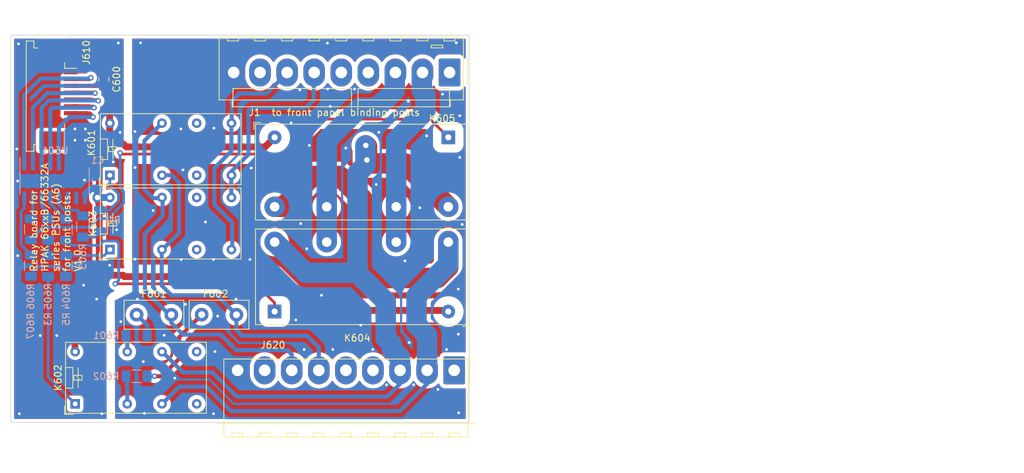
<source format=kicad_pcb>
(kicad_pcb (version 20211014) (generator pcbnew)
  (title_block (title "Relay board for HPAK 66xxB series PSUs (A6)") (comment 1 "Option 760, adapted for full feed through to front binding posts") (comment 4 "AISLER Project ID: BVPNUVSL"))
  (layers (0 "F.Cu" signal) (31 "B.Cu" signal) (34 "B.Paste" user) (35 "F.Paste" user) (36 "B.SilkS" user "B.Silkscreen") (37 "F.SilkS" user "F.Silkscreen") (38 "B.Mask" user) (39 "F.Mask" user) (44 "Edge.Cuts" user))
  (net 0 "")
  (net 2 "+15V")
  (net 3 "GND")
  (net 6 "/SENSE_A-")
  (net 7 "Net-(F601-Pad2)")
  (net 9 "/SENSE_A+")
  (net 10 "Net-(F602-Pad2)")
  (net 11 "/OUT_P+")
  (net 12 "/OUT_P-")
  (net 13 "/SENSE_P+")
  (net 14 "/SENSE_P-")
  (net 15 "Earth")
  (net 16 "/RLY_SEN_REM_R")
  (net 17 "/RLY_OUT_REV")
  (net 19 "/RLY_SEN_LOC")
  (net 20 "/REL_OUT_NORM")
  (net 23 "/REL_SEN_REM_N")
  (net 24 "/OUT_A+")
  (net 26 "/OUT_A-")
  (net 27 "Net-(K601-Pad1)")
  (net 28 "Net-(R1-Pad1)")
  (net 30 "Net-(K602-Pad4)")
  (net 31 "Net-(K602-Pad13)")
  (net 33 "Net-(K604-Pad1)")
  (net 34 "Net-(K605-Pad1)")
  (net 35 "Net-(R3-Pad1)")
  (net 36 "Net-(R603-Pad1)")
  (net 37 "Net-(R604-Pad1)")
  (net 40 "Net-(R605-Pad1)")
  (net 41 "Net-(R606-Pad1)")
  (net 42 "Net-(R607-Pad1)")
  (net 47 "Net-(K602-Pad1)")
  (net 48 "Net-(K603-Pad1)")
  (net 49 "Net-(R5-Pad1)")
  (footprint "mylib:Fuse_Littelfuse_395Series" (layer "F.Cu") (at 113.665 68.072 180)
    (fp_text reference "F601")
    (fp_text value "Bussmann SS-5H-1.25A-APH")
  )
  (footprint "Relay_THT:Relay_DPDT_Omron_G5V-2" (layer "F.Cu") (at 104.6805 47.670483 90)
    (fp_text reference "K601")
    (fp_text value "V23105-A5303-A201")
  )
  (footprint "mylib:Molex_KK-396_A-41815-0009_1x09_P3.96mm_Horizontal" (layer "F.Cu") (at 155.042 76.2045 180)
    (fp_text reference "J620")
    (fp_text value "Molex 09-48-1094 or 09-48-3095")
  )
  (footprint "Connector_FFC-FPC:TE_84953-8_1x08-1MP_P1.0mm_Horizontal" (layer "F.Cu") (at 97.155 36.0946 -90)
    (fp_text reference "J610")
    (fp_text value "68610814422 8 pos 1mm FFC")
  )
  (footprint "mylib:Relay_Panasonic_ST2-F" (layer "F.Cu") (at 141.478 62.484 180)
    (fp_text reference "K604")
    (fp_text value "ST2-DC12V-F")
  )
  (footprint "mylib:Relay_Panasonic_ST2-F" (layer "F.Cu") (at 141.478 47.244)
    (fp_text reference "K605")
    (fp_text value "ST2-DC12V-F")
  )
  (footprint "Capacitor_SMD:C_0805_2012Metric_Pad1.18x1.45mm_HandSolder" (layer "F.Cu") (at 103.7844 33.6296 90)
    (fp_text reference "C600")
    (fp_text value "100nF 25V")
  )
  (footprint "Relay_THT:Relay_DPDT_Omron_G5V-2" (layer "F.Cu") (at 104.6805 58.544983 90)
    (fp_text reference "K603")
    (fp_text value "V23105-A5303-A201")
  )
  (footprint "Relay_THT:Relay_DPDT_Omron_G5V-2" (layer "F.Cu") (at 99.6005 81.1055 90)
    (fp_text reference "K602")
    (fp_text value "V23105-A5303-A201")
  )
  (footprint "mylib:Fuse_Littelfuse_395Series" (layer "F.Cu") (at 123.19 68.072 180)
    (fp_text reference "F602")
    (fp_text value "Bussmann SS-5H-1.25A-APH")
  )
  (footprint "mylib:Molex_KK-396_A-41791-0009_1x09_P3.96mm_Vertical" (layer "F.Cu") (at 122.682 32.639)
    (fp_text reference "J1")
    (fp_text value "Molex 26-60-4090 (KK396)")
  )
  (footprint "Resistor_SMD:R_1206_3216Metric_Pad1.30x1.75mm_HandSolder" (layer "B.Cu") (at 93.1164 55.5752 -90)
    (fp_text reference "R606")
    (fp_text value "150")
  )
  (footprint "Resistor_SMD:R_1206_3216Metric_Pad1.30x1.75mm_HandSolder" (layer "B.Cu") (at 95.6564 60.96 -90)
    (fp_text reference "R3")
    (fp_text value "75")
  )
  (footprint "Resistor_SMD:R_1206_3216Metric_Pad1.30x1.75mm_HandSolder" (layer "B.Cu") (at 108.585 71.12 180)
    (fp_text reference "R601")
    (fp_text value "220 0.5W")
  )
  (footprint "Resistor_SMD:R_1206_3216Metric_Pad1.30x1.75mm_HandSolder" (layer "B.Cu") (at 98.2472 55.626 -90)
    (fp_text reference "R604")
    (fp_text value "150")
  )
  (footprint "Resistor_SMD:R_1206_3216Metric_Pad1.30x1.75mm_HandSolder" (layer "B.Cu") (at 98.2472 60.96 90)
    (fp_text reference "R5")
    (fp_text value "75")
  )
  (footprint "Resistor_SMD:R_1206_3216Metric_Pad1.30x1.75mm_HandSolder" (layer "B.Cu") (at 95.6564 55.6012 -90)
    (fp_text reference "R605")
    (fp_text value "100")
  )
  (footprint "Package_SO:SOIC-16_3.9x9.9mm_P1.27mm" (layer "B.Cu") (at 96.5962 48.514 -90)
    (fp_text reference "U601")
    (fp_text value "NCV1413B")
  )
  (footprint "Resistor_SMD:R_1206_3216Metric_Pad1.30x1.75mm_HandSolder" (layer "B.Cu") (at 108.585 77.0636 180)
    (fp_text reference "R602")
    (fp_text value "220 0.5W")
  )
  (footprint "Capacitor_SMD:C_0805_2012Metric_Pad1.18x1.45mm_HandSolder" (layer "B.Cu") (at 102.87 48.5648 90)
    (fp_text reference "C1")
    (fp_text value "100nF 25V")
  )
  (footprint "Resistor_SMD:R_1206_3216Metric_Pad1.30x1.75mm_HandSolder" (layer "B.Cu") (at 100.7364 55.1688 -90)
    (fp_text reference "R603")
    (fp_text value "100")
  )
  (footprint "Resistor_SMD:R_1206_3216Metric_Pad1.30x1.75mm_HandSolder" (layer "B.Cu") (at 93.1164 60.9092 -90)
    (fp_text reference "R607")
    (fp_text value "100")
  )
  (footprint "Resistor_SMD:R_1206_3216Metric_Pad1.30x1.75mm_HandSolder" (layer "B.Cu") (at 103.2256 54.356 90)
    (fp_text reference "R1")
    (fp_text value "75")
  )
  (gr_line (start 157.226 83.82) (end 157.226 27.178) (layer "Edge.Cuts") (width 0.1))
  (gr_line (start 157.226 27.178) (end 90.17 27.178) (layer "Edge.Cuts") (width 0.1))
  (gr_line (start 90.17 83.82) (end 157.226 83.82) (layer "Edge.Cuts") (width 0.1))
  (gr_line (start 90.17 27.178) (end 90.17 83.82) (layer "Edge.Cuts") (width 0.1))
  (gr_text "Relay board for \nHPAK 66xxB/66332A\nseries PSUs (A6)\nfor front posts.\nV1.0" (at 96.774 61.849 90) (layer "F.SilkS") (effects (font (size 1 1)) (justify left)))
  (gr_text "to front panel binding posts" (at 139.192 38.481) (layer "F.SilkS") (effects (font (size 1 1))))
  (segment (start 128.778 42.124) (end 127.378 43.524) (width 1) (layer "F.Cu") (net 2))
  (segment (start 106.807 62.4919) (end 106.6159 62.3008) (width 1) (layer "F.Cu") (net 2))
  (segment (start 102.87 50.927) (end 103.1305 49.2825) (width 1) (layer "F.Cu") (net 2))
  (segment (start 104.648 44.069) (end 104.648 35.433) (width 1) (layer "F.Cu") (net 2))
  (segment (start 104.648 35.433) (end 103.886 34.671) (width 1) (layer "F.Cu") (net 2))
  (segment (start 103.1305 49.2825) (end 103.1305 45.5865) (width 1) (layer "F.Cu") (net 2))
  (segment (start 103.124 63.637233) (end 103.124 52.040233) (width 1) (layer "F.Cu") (net 2))
  (segment (start 103.124 52.040233) (end 102.87 50.927) (width 1) (layer "F.Cu") (net 2))
  (segment (start 154.02 67.446) (end 133.52936 67.446) (width 1) (layer "F.Cu") (net 2))
  (segment (start 99.568 73.533) (end 99.568 67.193233) (width 1) (layer "F.Cu") (net 2))
  (segment (start 103.1305 45.5865) (end 104.648 44.069) (width 1) (layer "F.Cu") (net 2))
  (segment (start 103.1802 62.3008) (end 103.124 62.357) (width 1) (layer "F.Cu") (net 2))
  (segment (start 107.064567 43.524) (end 106.593567 43.053) (width 1) (layer "F.Cu") (net 2))
  (segment (start 106.593567 43.053) (end 104.775 43.053) (width 1) (layer "F.Cu") (net 2))
  (segment (start 133.52936 67.446) (end 128.57526 62.4919) (width 1) (layer "F.Cu") (net 2))
  (segment (start 99.32 34.5946) (end 103.8096 34.5946) (width 0.6) (layer "F.Cu") (net 2))
  (segment (start 102.87 50.927) (end 104.775 50.927) (width 1) (layer "F.Cu") (net 2))
  (segment (start 106.6159 62.3008) (end 103.1802 62.3008) (width 1) (layer "F.Cu") (net 2))
  (segment (start 127.378 43.524) (end 107.064567 43.524) (width 1) (layer "F.Cu") (net 2))
  (segment (start 99.568 67.193233) (end 103.124 63.637233) (width 1) (layer "F.Cu") (net 2))
  (segment (start 128.57526 62.4919) (end 106.807 62.4919) (width 1) (layer "F.Cu") (net 2))
  (via (at 102.87 50.927) (size 1.5) (drill 0.8) (layers "F.Cu" "B.Cu") (net 2))
  (segment (start 102.87 49.6023) (end 101.9087 49.6023) (width 1) (layer "B.Cu") (net 2))
  (segment (start 102.87 50.927) (end 104.648 50.927) (width 1) (layer "B.Cu") (net 2))
  (segment (start 102.87 50.927) (end 102.87 49.53) (width 1) (layer "B.Cu") (net 2))
  (segment (start 101.9087 49.6023) (end 101.092 50.419) (width 1) (layer "B.Cu") (net 2))
  (via (at 106.172 41.402) (size 0.8) (drill 0.4) (layers "F.Cu" "B.Cu") (net 3))
  (via (at 94.488 71.12) (size 0.8) (drill 0.4) (layers "F.Cu" "B.Cu") (net 3))
  (via (at 100.838 63.754) (size 0.8) (drill 0.4) (layers "F.Cu" "B.Cu") (net 3))
  (via (at 91.186 48.514) (size 0.8) (drill 0.4) (layers "F.Cu" "B.Cu") (net 3))
  (via (at 101.092 40.894) (size 0.8) (drill 0.4) (layers "F.Cu" "B.Cu") (net 3))
  (via (at 102.743 65.786) (size 0.8) (drill 0.4) (layers "F.Cu" "B.Cu") (net 3))
  (via (at 91.44 82.55) (size 0.8) (drill 0.4) (layers "F.Cu" "B.Cu") (net 3))
  (via (at 99.568 42.545) (size 0.8) (drill 0.4) (layers "F.Cu" "B.Cu") (net 3))
  (via (at 101.092 42.545) (size 0.8) (drill 0.4) (layers "F.Cu" "B.Cu") (net 3))
  (via (at 100.965 48.387) (size 0.8) (drill 0.4) (layers "F.Cu" "B.Cu") (net 3))
  (via (at 99.568 40.894) (size 0.8) (drill 0.4) (layers "F.Cu" "B.Cu") (net 3))
  (via (at 105.664 55.626) (size 0.8) (drill 0.4) (layers "F.Cu" "B.Cu") (net 3))
  (via (at 104.648 60.833) (size 0.8) (drill 0.4) (layers "F.Cu" "B.Cu") (net 3))
  (via (at 91.186 59.436) (size 0.8) (drill 0.4) (layers "F.Cu" "B.Cu") (net 3))
  (via (at 103.505 82.55) (size 0.8) (drill 0.4) (layers "F.Cu" "B.Cu") (net 3))
  (via (at 91.313 28.448) (size 0.8) (drill 0.4) (layers "F.Cu" "B.Cu") (net 3))
  (via (at 105.156 45.72) (size 0.8) (drill 0.4) (layers "F.Cu" "B.Cu") (net 3))
  (via (at 96.901 71.12) (size 0.8) (drill 0.4) (layers "F.Cu" "B.Cu") (net 3))
  (via (at 91.059 43.815) (size 0.8) (drill 0.4) (layers "F.Cu" "B.Cu") (net 3))
  (via (at 105.918 28.321) (size 0.8) (drill 0.4) (layers "F.Cu" "B.Cu") (net 3))
  (segment (start 102.87 46.9392) (end 102.0064 46.0756) (width 0.6) (layer "B.Cu") (net 3))
  (segment (start 102.87 47.5273) (end 102.87 46.9392) (width 0.6) (layer "B.Cu") (net 3))
  (segment (start 102.0064 46.0756) (end 98.552 46.0756) (width 0.6) (layer "B.Cu") (net 3))
  (segment (start 131.282 73.878) (end 130.651801 73.247801) (width 0.6) (layer "B.Cu") (net 6))
  (segment (start 120.8965 70.9855) (end 115.389076 70.9855) (width 0.6) (layer "B.Cu") (net 6))
  (segment (start 109.8005 64.504765) (end 109.8005 56.2075) (width 0.6) (layer "B.Cu") (net 6))
  (segment (start 131.282 76.2045) (end 131.282 73.878) (width 0.6) (layer "B.Cu") (net 6))
  (segment (start 130.651801 73.247801) (end 123.158801 73.247801) (width 0.6) (layer "B.Cu") (net 6))
  (segment (start 109.8005 56.2075) (end 112.395 53.613) (width 0.6) (layer "B.Cu") (net 6))
  (segment (start 115.389076 70.9855) (end 113.665 69.261424) (width 0.6) (layer "B.Cu") (net 6))
  (segment (start 109.728 49.749983) (end 110.998 51.019983) (width 0.6) (layer "B.Cu") (net 6))
  (segment (start 112.395 53.613) (end 112.395 50.819) (width 0.6) (layer "B.Cu") (net 6))
  (segment (start 109.8005 64.504765) (end 113.418535 68.1228) (width 0.6) (layer "B.Cu") (net 6))
  (segment (start 110.998 51.019983) (end 112.268 51.019983) (width 0.6) (layer "B.Cu") (net 6))
  (segment (start 109.728 42.622983) (end 109.728 49.749983) (width 0.6) (layer "B.Cu") (net 6))
  (segment (start 123.158801 73.247801) (end 120.8965 70.9855) (width 0.6) (layer "B.Cu") (net 6))
  (segment (start 112.3005 40.050483) (end 109.728 42.622983) (width 0.6) (layer "B.Cu") (net 6))
  (segment (start 113.665 69.261424) (end 113.665 68.072) (width 0.6) (layer "B.Cu") (net 6))
  (segment (start 110.135 69.5966) (end 108.6104 68.072) (width 0.6) (layer "B.Cu") (net 7))
  (segment (start 110.135 71.12) (end 110.135 69.5966) (width 0.6) (layer "B.Cu") (net 7))
  (segment (start 120.3452 65.2272) (end 123.19 68.072) (width 0.6) (layer "B.Cu") (net 9))
  (segment (start 112.3005 47.670483) (end 113.7445 47.670483) (width 0.6) (layer "B.Cu") (net 9))
  (segment (start 113.7445 47.670483) (end 114.808 48.733983) (width 0.6) (layer "B.Cu") (net 9))
  (segment (start 113.6904 65.2272) (end 120.3452 65.2272) (width 0.6) (layer "B.Cu") (net 9))
  (segment (start 135.242 72.874846) (end 133.514955 71.147801) (width 0.6) (layer "B.Cu") (net 9))
  (segment (start 114.808 56.099983) (end 112.268 58.639983) (width 0.6) (layer "B.Cu") (net 9))
  (segment (start 135.242 76.2045) (end 135.242 72.874846) (width 0.6) (layer "B.Cu") (net 9))
  (segment (start 114.808 48.733983) (end 114.808 56.099983) (width 0.6) (layer "B.Cu") (net 9))
  (segment (start 124.028649 71.147801) (end 123.19 70.309152) (width 0.6) (layer "B.Cu") (net 9))
  (segment (start 124.028649 71.147801) (end 133.514955 71.147801) (width 0.6) (layer "B.Cu") (net 9))
  (segment (start 123.19 70.309152) (end 123.19 68.072) (width 0.6) (layer "B.Cu") (net 9))
  (segment (start 112.268 63.8048) (end 113.6904 65.2272) (width 0.6) (layer "B.Cu") (net 9))
  (segment (start 112.268 58.566) (end 112.268 63.8048) (width 0.6) (layer "B.Cu") (net 9))
  (segment (start 112.257934 77.0636) (end 111.2012 77.0636) (width 0.6) (layer "F.Cu") (net 10))
  (segment (start 114.8005 71.374) (end 118.1025 68.072) (width 0.6) (layer "F.Cu") (net 10))
  (segment (start 112.257934 77.0636) (end 114.8005 74.521034) (width 0.6) (layer "F.Cu") (net 10))
  (segment (start 114.8005 74.521034) (end 114.8005 71.374) (width 0.6) (layer "F.Cu") (net 10))
  (via (at 111.2012 77.0636) (size 0.8) (drill 0.4) (layers "F.Cu" "B.Cu") (net 10))
  (segment (start 111.2012 77.0636) (end 110.1852 77.0636) (width 0.6) (layer "B.Cu") (net 10))
  (segment (start 150.836 35.794466) (end 150.836 38.260019) (width 3) (layer "B.Cu") (net 11))
  (segment (start 146.558 42.538019) (end 146.558 57.313) (width 3) (layer "B.Cu") (net 11))
  (segment (start 150.836 38.260019) (end 146.558 42.538019) (width 3) (layer "B.Cu") (net 11))
  (segment (start 150.31 32.766) (end 150.31 35.268466) (width 3) (layer "B.Cu") (net 11))
  (segment (start 150.31 35.268466) (end 150.836 35.794466) (width 3) (layer "B.Cu") (net 11))
  (segment (start 136.398 42.603038) (end 141.185038 37.816) (width 3) (layer "B.Cu") (net 12))
  (segment (start 146.35 32.766) (end 146.35 35.280466) (width 3) (layer "B.Cu") (net 12))
  (segment (start 141.185038 37.816) (end 143.679981 37.816) (width 3) (layer "B.Cu") (net 12))
  (segment (start 143.679981 37.816) (end 144.659491 36.83649) (width 3) (layer "B.Cu") (net 12))
  (segment (start 146.35 35.280466) (end 145.028 36.602466) (width 3) (layer "B.Cu") (net 12))
  (segment (start 136.398 57.444) (end 136.398 42.603038) (width 3) (layer "B.Cu") (net 12))
  (segment (start 124.9605 38.2345) (end 125.379 37.816) (width 0.6) (layer "B.Cu") (net 13))
  (segment (start 133.32 37.816) (end 134.493 36.643) (width 0.6) (layer "B.Cu") (net 13))
  (segment (start 125.379 37.816) (end 133.32 37.816) (width 0.6) (layer "B.Cu") (net 13))
  (segment (start 122.428 47.771) (end 122.428 47.137297) (width 0.6) (layer "B.Cu") (net 13))
  (segment (start 122.428 47.717983) (end 122.428 51.019983) (width 0.6) (layer "B.Cu") (net 13))
  (segment (start 134.493 36.643) (end 134.493 32.766) (width 0.6) (layer "B.Cu") (net 13))
  (segment (start 122.428 47.137297) (end 124.9605 44.604797) (width 0.6) (layer "B.Cu") (net 13))
  (segment (start 124.9605 44.577) (end 124.9605 38.2345) (width 0.6) (layer "B.Cu") (net 13))
  (segment (start 127.606 35.716) (end 130.556 32.766) (width 0.6) (layer "B.Cu") (net 14))
  (segment (start 123.61725 35.716) (end 127.606 35.716) (width 0.6) (layer "B.Cu") (net 14))
  (segment (start 119.9605 51.960517) (end 122.575966 54.575983) (width 0.6) (layer "B.Cu") (net 14))
  (segment (start 122.575966 54.575983) (end 122.575966 58.492017) (width 0.6) (layer "B.Cu") (net 14))
  (segment (start 122.501076 40.005) (end 122.501076 36.832174) (width 0.6) (layer "B.Cu") (net 14))
  (segment (start 122.4605 44.134949) (end 122.4605 40.050483) (width 0.6) (layer "B.Cu") (net 14))
  (segment (start 119.9605 46.634949) (end 119.9605 51.960517) (width 0.6) (layer "B.Cu") (net 14))
  (segment (start 122.501076 36.832174) (end 123.61725 35.716) (width 0.6) (layer "B.Cu") (net 14))
  (segment (start 122.4605 44.134949) (end 119.9605 46.634949) (width 0.6) (layer "B.Cu") (net 14))
  (segment (start 144.592059 65.024) (end 153.42298 65.024) (width 0.3) (layer "F.Cu") (net 15))
  (segment (start 138.684 58.674) (end 137.664 59.694) (width 0.3) (layer "F.Cu") (net 15))
  (segment (start 113.513307 70.180907) (end 113.7505 70.4181) (width 0.3) (layer "F.Cu") (net 15))
  (segment (start 134.148 51.145) (end 134.239 51.054) (width 0.3) (layer "F.Cu") (net 15))
  (segment (start 147.828 60.198) (end 148.808 59.218) (width 0.3) (layer "F.Cu") (net 15))
  (segment (start 113.7505 70.4181) (end 113.7505 74.08611) (width 0.3) (layer "F.Cu") (net 15))
  (segment (start 115.7224 68.489474) (end 114.158674 70.0532) (width 0.3) (layer "F.Cu") (net 15))
  (segment (start 148.808 51.352019) (end 147.366981 49.911) (width 0.3) (layer "F.Cu") (net 15))
  (segment (start 124.94 72.8752) (end 124.714 73.1012) (width 0.3) (layer "F.Cu") (net 15))
  (segment (start 148.63698 43.561) (end 144.526 43.561) (width 0.3) (layer "F.Cu") (net 15))
  (segment (start 149.098 73.152) (end 153.924 73.152) (width 0.3) (layer "F.Cu") (net 15))
  (segment (start 148.463 72.136) (end 149.098 72.1765) (width 0.3) (layer "F.Cu") (net 15))
  (segment (start 145.8065 79.0045) (end 145.161 78.359) (width 0.3) (layer "F.Cu") (net 15))
  (segment (start 108.8136 46.482) (end 108.8136 50.8508) (width 0.3) (layer "F.Cu") (net 15))
  (segment (start 153.42298 65.024) (end 156.464 61.98298) (width 0.3) (layer "F.Cu") (net 15))
  (segment (start 149.7435 79.0045) (end 149.098 78.359) (width 0.3) (layer "F.Cu") (net 15))
  (segment (start 152.6435 79.0045) (end 149.7435 79.0045) (width 0.3) (layer "F.Cu") (net 15))
  (segment (start 126.528 49.687373) (end 123.06111 46.220483) (width 0.3) (layer "F.Cu") (net 15))
  (segment (start 105.6132 81.54881) (end 105.6132 73.914) (width 0.3) (layer "F.Cu") (net 15))
  (segment (start 112.85581 74.9808) (end 109.5248 74.9808) (width 0.3) (layer "F.Cu") (net 15))
  (segment (start 129.018039 49.911) (end 127.969019 49.911) (width 0.3) (layer "F.Cu") (net 15))
  (segment (start 128.016 54.737) (end 126.528 56.225) (width 0.3) (layer "F.Cu") (net 15))
  (segment (start 106.61989 82.5555) (end 105.6132 81.54881) (width 0.3) (layer "F.Cu") (net 15))
  (segment (start 126.528 51.352019) (end 126.528 49.687373) (width 0.3) (layer "F.Cu") (net 15))
  (segment (start 124.94 67.347126) (end 124.94 70.6908) (width 0.3) (layer "F.Cu") (net 15))
  (segment (start 132.588 52.912019) (end 135.466019 50.034) (width 0.3) (layer "F.Cu") (net 15))
  (segment (start 134.148 58.964) (end 134.148 51.145) (width 0.3) (layer "F.Cu") (net 15))
  (segment (start 123.698 73.152) (end 129.286 73.152) (width 0.3) (layer "F.Cu") (net 15))
  (segment (start 108.8136 52.3748) (end 108.8136 59.8932) (width 0.3) (layer "F.Cu") (net 15))
  (segment (start 125.171017 59.994983) (end 119.837017 59.994983) (width 0.3) (layer "F.Cu") (net 15))
  (segment (start 137.664 59.694) (end 134.878 59.694) (width 0.3) (layer "F.Cu") (net 15))
  (segment (start 122.6312 32.766) (end 122.6312 36.322) (width 0.3) (layer "F.Cu") (net 15))
  (segment (start 134.878 59.694) (end 134.148 58.964) (width 0.3) (layer "F.Cu") (net 15))
  (segment (start 109.5701 74.124114) (end 112.624307 71.069907) (width 0.3) (layer "F.Cu") (net 15))
  (segment (start 149.098 72.1765) (end 149.098 73.152) (width 0.3) (layer "F.Cu") (net 15))
  (segment (start 156.464 61.98298) (end 156.464 54.61) (width 0.3) (layer "F.Cu") (net 15))
  (segment (start 108.250958 82.5555) (end 106.61989 82.5555) (width 0.3) (layer "F.Cu") (net 15))
  (segment (start 144.308 51.352019) (end 144.308 50.648057) (width 0.3) (layer "F.Cu") (net 15))
  (segment (start 122.6312 36.322) (end 124.8156 38.5064) (width 0.3) (layer "F.Cu") (net 15))
  (segment (start 114.158674 70.0532) (end 113.641014 70.0532) (width 0.3) (layer "F.Cu") (net 15))
  (segment (start 109.075117 46.220483) (end 108.9914 46.3042) (width 0.3) (layer "F.Cu") (net 15))
  (segment (start 141.18102 41.057) (end 139.827 42.41102) (width 0.3) (layer "F.Cu") (net 15))
  (segment (start 113.7505 74.08611) (end 112.85581 74.9808) (width 0.3) (layer "F.Cu") (net 15))
  (segment (start 109.5701 74.9355) (end 109.5701 74.124114) (width 0.3) (layer "F.Cu") (net 15))
  (segment (start 147.57 59.694) (end 147.828 59.952) (width 0.3) (layer "F.Cu") (net 15))
  (segment (start 123.06111 46.220483) (end 109.075117 46.220483) (width 0.3) (layer "F.Cu") (net 15))
  (segment (start 132.588 54.737) (end 132.588 52.912019) (width 0.3) (layer "F.Cu") (net 15))
  (segment (start 153.3355 35.8155) (end 153.334 35.814) (width 0.3) (layer "F.Cu") (net 15))
  (segment (start 152.654 78.994) (end 152.6435 79.0045) (width 0.3) (layer "F.Cu") (net 15))
  (segment (start 107.878126 66.294) (end 123.886874 66.294) (width 0.3) (layer "F.Cu") (net 15))
  (segment (start 124.8156 38.5064) (end 124.8156 39.745993) (width 0.3) (layer "F.Cu") (net 15))
  (segment (start 123.362 76.2045) (end 123.362 73.488) (width 0.3) (layer "F.Cu") (net 15))
  (segment (start 135.466019 50.034) (end 137.329981 50.034) (width 0.3) (layer "F.Cu") (net 15))
  (segment (start 128.02 59.694) (end 134.743 59.694) (width 0.3) (layer "F.Cu") (net 15))
  (segment (start 134.743 59.694) (end 134.874 59.563) (width 0.3) (layer "F.Cu") (net 15))
  (segment (start 144.308 51.352019) (end 144.308 58.375981) (width 0.3) (layer "F.Cu") (net 15))
  (segment (start 105.635 73.95061) (end 105.635 68.537126) (width 0.3) (layer "F.Cu") (net 15))
  (segment (start 148.425307 79.0045) (end 145.8065 79.0045) (width 0.3) (layer "F.Cu") (net 15))
  (segment (start 105.635 68.537126) (end 107.878126 66.294) (width 0.3) (layer "F.Cu") (net 15))
  (segment (start 138.684 59.115941) (end 144.592059 65.024) (width 0.3) (layer "F.Cu") (net 15))
  (segment (start 123.886874 66.294) (end 124.94 67.347126) (width 0.3) (layer "F.Cu") (net 15))
  (segment (start 147.828 59.952) (end 147.828 60.198) (width 0.3) (layer "F.Cu") (net 15))
  (segment (start 132.588 54.737) (end 125.984 54.737) (width 0.3) (layer "F.Cu") (net 15))
  (segment (start 137.287 73.152) (end 143.129 73.152) (width 0.3) (layer "F.Cu") (net 15))
  (segment (start 126.528 53.249) (end 128.016 54.737) (width 0.3) (layer "F.Cu") (net 15))
  (segment (start 133.096 73.152) (end 137.287 73.152) (width 0.3) (layer "F.Cu") (net 15))
  (segment (start 139.193943 45.534) (end 133.395039 45.534) (width 0.3) (layer "F.Cu") (net 15))
  (segment (start 153.334 35.814) (end 153.289 35.814) (width 0.3) (layer "F.Cu") (net 15))
  (segment (start 144.526 43.561) (end 144.523961 43.563039) (width 0.3) (layer "F.Cu") (net 15))
  (segment (start 108.889983 59.994983) (end 108.839 59.944) (width 0.3) (layer "F.Cu") (net 15))
  (segment (start 119.837017 59.994983) (end 115.112617 59.994983) (width 0.3) (layer "F.Cu") (net 15))
  (segment (start 145.626019 59.694) (end 147.57 59.694) (width 0.3) (layer "F.Cu") (net 15))
  (segment (start 115.112617 59.994983) (end 108.889983 59.994983) (width 0.3) (layer "F.Cu") (net 15))
  (segment (start 127.719017 59.994983) (end 125.171017 59.994983) (width 0.3) (layer "F.Cu") (net 15))
  (segment (start 148.808 54.701) (end 148.971 54.864) (width 0.3) (layer "F.Cu") (net 15))
  (segment (start 118.12459 70.6908) (end 124.94 70.6908) (width 0.3) (layer "F.Cu") (net 15))
  (segment (start 144.523961 42.535981) (end 143.04498 41.057) (width 0.3) (layer "F.Cu") (net 15))
  (segment (start 124.8156 39.745993) (end 123.06111 41.500483) (width 0.3) (layer "F.Cu") (net 15))
  (segment (start 123.06111 41.500483) (end 109.318483 41.500483) (width 0.3) (layer "F.Cu") (net 15))
  (segment (start 112.624307 71.069907) (end 113.513307 70.180907) (width 0.3) (layer "F.Cu") (net 15))
  (segment (start 144.523961 43.563039) (end 144.523961 42.535981) (width 0.3) (layer "F.Cu") (net 15))
  (segment (start 127.846019 59.694) (end 128.02 59.694) (width 0.3) (layer "F.Cu") (net 15))
  (segment (start 108.8136 50.8508) (end 108.8136 52.3748) (width 0.3) (layer "F.Cu") (net 15))
  (segment (start 138.684 51.388019) (end 138.684 58.42) (width 0.3) (layer "F.Cu") (net 15))
  (segment (start 149.102 78.327807) (end 148.425307 79.0045) (width 0.3) (layer "F.Cu") (net 15))
  (segment (start 127.969019 49.911) (end 126.528 51.352019) (width 0.3) (layer "F.Cu") (net 15))
  (segment (start 143.04498 41.057) (end 141.18102 41.057) (width 0.3) (layer "F.Cu") (net 15))
  (segment (start 156.464 54.864) (end 156.464 51.38802) (width 0.3) (layer "F.Cu") (net 15))
  (segment (start 124.94 70.6908) (end 124.94 72.8752) (width 0.3) (layer "F.Cu") (net 15))
  (segment (start 148.808 54.701) (end 148.808 51.352019) (width 0.3) (layer "F.Cu") (net 15))
  (segment (start 139.827 42.41102) (end 139.827 46.101) (width 0.3) (layer "F.Cu") (net 15))
  (segment (start 128.02 59.694) (end 127.719017 59.994983) (width 0.3) (layer "F.Cu") (net 15))
  (segment (start 126.528 58.375981) (end 127.846019 59.694) (width 0.3) (layer "F.Cu") (net 15))
  (segment (start 138.684 58.42) (end 138.684 59.115941) (width 0.3) (layer "F.Cu") (net 15))
  (segment (start 113.641014 70.0532) (end 113.513307 70.180907) (width 0.3) (layer "F.Cu") (net 15))
  (segment (start 148.808 59.218) (end 148.808 54.701) (width 0.3) (layer "F.Cu") (net 15))
  (segment (start 144.308 50.648057) (end 139.193943 45.534) (width 0.3) (layer "F.Cu") (net 15))
  (segment (start 148.76398 43.688) (end 148.63698 43.561) (width 0.3) (layer "F.Cu") (net 15))
  (segment (start 156.464 51.38802) (end 148.76398 43.688) (width 0.3) (layer "F.Cu") (net 15))
  (segment (start 109.5701 74.9355) (end 106.61989 74.9355) (width 0.3) (layer "F.Cu") (net 15))
  (segment (start 123.362 73.488) (end 123.698 73.152) (width 0.3) (layer "F.Cu") (net 15))
  (segment (start 144.308 58.375981) (end 145.626019 59.694) (width 0.3) (layer "F.Cu") (net 15))
  (segment (start 138.684 58.42) (end 138.684 58.674) (width 0.3) (layer "F.Cu") (net 15))
  (segment (start 143.129 73.152) (end 149.098 73.152) (width 0.3) (layer "F.Cu") (net 15))
  (segment (start 126.528 51.352019) (end 126.528 53.249) (width 0.3) (layer "F.Cu") (net 15))
  (segment (start 126.528 56.225) (end 126.528 58.375981) (width 0.3) (layer "F.Cu") (net 15))
  (segment (start 106.61989 74.9355) (end 105.635 73.95061) (width 0.3) (layer "F.Cu") (net 15))
  (segment (start 137.329981 50.034) (end 138.684 51.388019) (width 0.3) (layer "F.Cu") (net 15))
  (segment (start 129.286 73.152) (end 133.096 73.152) (width 0.3) (layer "F.Cu") (net 15))
  (segment (start 108.9914 46.3042) (end 108.8136 46.482) (width 0.3) (layer "F.Cu") (net 15))
  (segment (start 148.971 54.864) (end 156.21 54.864) (width 0.3) (layer "F.Cu") (net 15))
  (segment (start 115.9305 72.88489) (end 118.12459 70.6908) (width 0.3) (layer "F.Cu") (net 15))
  (segment (start 115.7224 66.548) (end 115.7224 68.489474) (width 0.3) (layer "F.Cu") (net 15))
  (segment (start 145.749019 49.911) (end 144.308 51.352019) (width 0.3) (layer "F.Cu") (net 15))
  (segment (start 133.395039 45.534) (end 129.018039 49.911) (width 0.3) (layer "F.Cu") (net 15))
  (segment (start 147.366981 49.911) (end 145.749019 49.911) (width 0.3) (layer "F.Cu") (net 15))
  (segment (start 156.21 54.864) (end 156.464 54.864) (width 0.3) (layer "F.Cu") (net 15))
  (via (at 108.712 65.786) (size 0.8) (drill 0.4) (layers "F.Cu" "B.Cu") (net 15))
  (via (at 156.21 54.864) (size 0.8) (drill 0.4) (layers "F.Cu" "B.Cu") (net 15))
  (via (at 136.906 37.592) (size 0.8) (drill 0.4) (layers "F.Cu" "B.Cu") (net 15))
  (via (at 109.5701 74.9355) (size 0.8) (drill 0.4) (layers "F.Cu" "B.Cu") (net 15))
  (via (at 115.112617 59.994983) (size 0.8) (drill 0.4) (layers "F.Cu" "B.Cu") (net 15))
  (via (at 155.6512 70.9168) (size 0.8) (drill 0.4) (layers "F.Cu" "B.Cu") (net 15))
  (via (at 140.462 35.052) (size 0.8) (drill 0.4) (layers "F.Cu" "B.Cu") (net 15))
  (via (at 119.888 40.767) (size 0.8) (drill 0.4) (layers "F.Cu" "B.Cu") (net 15))
  (via (at 155.8544 45.0596) (size 0.8) (drill 0.4) (layers "F.Cu" "B.Cu") (net 15))
  (via (at 150.0124 52.4256) (size 0.8) (drill 0.4) (layers "F.Cu" "B.Cu") (net 15))
  (via (at 123.1392 65.786) (size 0.8) (drill 0.4) (layers "F.Cu" "B.Cu") (net 15))
  (via (at 109.728 82.4992) (size 0.8) (drill 0.4) (layers "F.Cu" "B.Cu") (net 15))
  (via (at 137.287 73.152) (size 0.8) (drill 0.4) (layers "F.Cu" "B.Cu") (net 15))
  (via (at 155.3464 28.2956) (size 0.8) (drill 0.4) (layers "F.Cu" "B.Cu") (net 15))
  (via (at 125.171017 59.994983) (size 0.8) (drill 0.4) (layers "F.Cu" "B.Cu") (net 15))
  (via (at 139.192 43.688) (size 0.8) (drill 0.4) (layers "F.Cu" "B.Cu") (net 15))
  (via (at 131.8768 68.834) (size 0.8) (drill 0.4) (layers "F.Cu" "B.Cu") (net 15))
  (via (at 147.828 60.198) (size 0.8) (drill 0.4) (layers "F.Cu" "B.Cu") (net 15))
  (via (at 144.018 41.402) (size 0.8) (drill 0.4) (layers "F.Cu" "B.Cu") (net 15))
  (via (at 155.702 82.423) (size 0.8) (drill 0.4) (layers "F.Cu" "B.Cu") (net 15))
  (via (at 109.1692 28.2956) (size 0.8) (drill 0.4) (layers "F.Cu" "B.Cu") (net 15))
  (via (at 143.129 73.152) (size 0.8) (drill 0.4) (layers "F.Cu" "B.Cu") (net 15))
  (via (at 112.624307 71.069907) (size 0.8) (drill 0.4) (layers "F.Cu" "B.Cu") (net 15))
  (via (at 136.4996 28.3464) (size 0.8) (drill 0.4) (layers "F.Cu" "B.Cu") (net 15))
  (via (at 133.096 73.152) (size 0.8) (drill 0.4) (layers "F.Cu" "B.Cu") (net 15))
  (via (at 133.858 43.307) (size 0.8) (drill 0.4) (layers "F.Cu" "B.Cu") (net 15))
  (via (at 145.142 78.327806) (size 0.8) (drill 0.4) (layers "F.Cu" "B.Cu") (net 15))
  (via (at 114.173 77.343) (size 0.8) (drill 0.4) (layers "F.Cu" "B.Cu") (net 15))
  (via (at 143.637 49.022) (size 0.8) (drill 0.4) (layers "F.Cu" "B.Cu") (net 15))
  (via (at 141.3764 69.596) (size 0.8) (drill 0.4) (layers "F.Cu" "B.Cu") (net 15))
  (via (at 118.6688 54.5084) (size 0.8) (drill 0.4) (layers "F.Cu" "B.Cu") (net 15))
  (via (at 115.062 40.894) (size 0.8) (drill 0.4) (layers "F.Cu" "B.Cu") (net 15))
  (via (at 148.336 36.83) (size 0.8) (drill 0.4) (layers "F.Cu" "B.Cu") (net 15))
  (via (at 133.477 58.42) (size 0.8) (drill 0.4) (layers "F.Cu" "B.Cu") (net 15))
  (via (at 119.837017 59.994983) (size 0.8) (drill 0.4) (layers "F.Cu" "B.Cu") (net 15))
  (via (at 153.924 73.152) (size 0.8) (drill 0.4) (layers "F.Cu" "B.Cu") (net 15))
  (via (at 131.191 40.005) (size 0.8) (drill 0.4) (layers "F.Cu" "B.Cu") (net 15))
  (via (at 149.102 78.327807) (size 0.8) (drill 0.4) (layers "F.Cu" "B.Cu") (net 15))
  (via (at 120.4468 68.2752) (size 0.8) (drill 0.4) (layers "F.Cu" "B.Cu") (net 15))
  (via (at 110.998 52.832) (size 0.8) (drill 0.4) (layers "F.Cu" "B.Cu") (net 15))
  (via (at 136.525 35.052) (size 0.8) (drill 0.4) (layers "F.Cu" "B.Cu") (net 15))
  (via (at 108.3564 46.5328) (size 0.8) (drill 0.4) (layers "F.Cu" "B.Cu") (net 15))
  (via (at 125.349 46.609) (size 0.8) (drill 0.4) (layers "F.Cu" "B.Cu") (net 15))
  (via (at 115.7224 66.548) (size 0.8) (drill 0.4) (layers "F.Cu" "B.Cu") (net 15))
  (via (at 155.6512 64.3128) (size 0.8) (drill 0.4) (layers "F.Cu" "B.Cu") (net 15))
  (via (at 108.3564 41.275) (size 0.8) (drill 0.4) (layers "F.Cu" "B.Cu") (net 15))
  (via (at 132.461 35.179) (size 0.8) (drill 0.4) (layers "F.Cu" "B.Cu") (net 15))
  (via (at 120.0404 73.4568) (size 0.8) (drill 0.4) (layers "F.Cu" "B.Cu") (net 15))
  (via (at 132.588 54.737) (size 0.8) (drill 0.4) (layers "F.Cu" "B.Cu") (net 15))
  (via (at 153.3355 35.8155) (size 0.8) (drill 0.4) (layers "F.Cu" "B.Cu") (net 15))
  (via (at 108.3564 59.944) (size 0.8) (drill 0.4) (layers "F.Cu" "B.Cu") (net 15))
  (via (at 155.8544 38.9636) (size 0.8) (drill 0.4) (layers "F.Cu" "B.Cu") (net 15))
  (via (at 135.636 65.2272) (size 0.8) (drill 0.4) (layers "F.Cu" "B.Cu") (net 15))
  (via (at 152.654 78.994) (size 0.8) (drill 0.4) (layers "F.Cu" "B.Cu") (net 15))
  (via (at 119.8372 82.55) (size 0.8) (drill 0.4) (layers "F.Cu" "B.Cu") (net 15))
  (via (at 151.003 41.91) (size 0.8) (drill 0.4) (layers "F.Cu" "B.Cu") (net 15))
  (via (at 115.3668 46.8884) (size 0.8) (drill 0.4) (layers "F.Cu" "B.Cu") (net 15))
  (via (at 106.2736 69.088) (size 0.8) (drill 0.4) (layers "F.Cu" "B.Cu") (net 15))
  (via (at 148.463 72.136) (size 0.8) (drill 0.4) (layers "F.Cu" "B.Cu") (net 15))
  (segment (start 148.810699 43.4673) (end 152.0825 40.195499) (width 0.3) (layer "B.Cu") (net 15))
  (segment (start 156.337 65.024) (end 156.428 64.933) (width 0.3) (layer "B.Cu") (net 15))
  (segment (start 108.4635 74.9355) (end 106.61989 74.9355) (width 0.3) (layer "B.Cu") (net 15))
  (segment (start 132.631 54.78) (end 132.588 54.737) (width 0.3) (layer "B.Cu") (net 15))
  (segment (start 105.78361 80.518) (end 105.791 80.518) (width 0.3) (layer "B.Cu") (net 15))
  (segment (start 126.162 79.0045) (end 144.5155 79.0045) (width 0.3) (layer "B.Cu") (net 15))
  (segment (start 121.0105 41.221983) (end 121.0105 38.721483) (width 0.3) (layer "B.Cu") (net 15))
  (segment (start 134.232801 70.097801) (end 137.287 73.152) (width 0.3) (layer "B.Cu") (net 15))
  (segment (start 148.808 58.375981) (end 147.914991 59.268991) (width 0.3) (layer "B.Cu") (net 15))
  (segment (start 151.759209 78.994) (end 147.548709 83.2045) (width 0.3) (layer "B.Cu") (net 15))
  (segment (start 138.376699 59.694) (end 138.648 59.422699) (width 0.3) (layer "B.Cu") (net 15))
  (segment (start 121.4105 43.653983) (end 121.4105 41.621983) (width 0.3) (layer "B.Cu") (net 15))
  (segment (start 148.808 51.032699) (end 148.808 58.375981) (width 0.3) (layer "B.Cu") (net 15))
  (segment (start 123.593725 72.197801) (end 121.331424 69.9355) (width 0.3) (layer "B.Cu") (net 15))
  (segment (start 152.908 39.37) (end 153.3355 38.9425) (width 0.3) (layer "B.Cu") (net 15))
  (segment (start 111.4795 38.600483) (end 112.90111 38.600483) (width 0.3) (layer "B.Cu") (net 15))
  (segment (start 139.808 45.29602) (end 139.808 42.375019) (width 0.3) (layer "B.Cu") (net 15))
  (segment (start 111.69989 72.0355) (end 110.871 72.86439) (width 0.3) (layer "B.Cu") (net 15))
  (segment (start 125.1712 70.0532) (end 126.2888 70.0532) (width 0.3) (layer "B.Cu") (net 15))
  (segment (start 114.380576 77.5555) (end 114.554 77.5555) (width 0.3) (layer "B.Cu") (net 15))
  (segment (start 123.924 62.964) (end 123.825 62.865) (width 0.3) (layer "B.Cu") (net 15))
  (segment (start 108.712 65.3919) (end 108.7505 65.9261) (width 0.3) (layer "B.Cu") (net 15))
  (segment (start 120.618017 59.994983) (end 115.093983 59.994983) (width 0.3) (layer "B.Cu") (net 15))
  (segment (start 125.0188 69.9008) (end 125.1712 70.0532) (width 0.3) (layer "B.Cu") (net 15))
  (segment (start 123.5105 44.569873) (end 123.5105 41.548) (width 0.3) (layer "B.Cu") (net 15))
  (segment (start 121.929978 83.2045) (end 120.073739 81.348261) (width 0.3) (layer "B.Cu") (net 15))
  (segment (start 106.61989 74.9355) (end 105.7705 74.08611) (width 0.3) (layer "B.Cu") (net 15))
  (segment (start 116.77989 72.0355) (end 115.9305 72.88489) (width 0.3) (layer "B.Cu") (net 15))
  (segment (start 112.055852 75.291462) (end 110.8505 74.08611) (width 0.3) (layer "B.Cu") (net 15))
  (segment (start 115.740962 75.394038) (end 118.447038 75.394038) (width 0.3) (layer "B.Cu") (net 15))
  (segment (start 151.778 68.598113) (end 151.778 66.609887) (width 0.3) (layer "B.Cu") (net 15))
  (segment (start 115.858 56.534907) (end 115.858 48.299059) (width 0.3) (layer "B.Cu") (net 15))
  (segment (start 113.318 63.369876) (end 114.125324 64.1772) (width 0.3) (layer "B.Cu") (net 15))
  (segment (start 115.131696 61.556) (end 113.792 60.216304) (width 0.3) (layer "B.Cu") (net 15))
  (segment (start 113.772462 58.620445) (end 115.858 56.534907) (width 0.3) (layer "B.Cu") (net 15))
  (segment (start 112.77961 82.677) (end 111.82139 82.677) (width 0.3) (layer "B.Cu") (net 15))
  (segment (start 105.7705 80.50489) (end 105.78361 80.518) (width 0.3) (layer "B.Cu") (net 15))
  (segment (start 107.82111 82.5555) (end 106.61989 82.5555) (width 0.3) (layer "B.Cu") (net 15))
  (segment (start 110.871 72.86439) (end 110.871 72.898) (width 0.3) (layer "B.Cu") (net 15))
  (segment (start 142.778 72.801) (end 142.778 67.056) (width 0.3) (layer "B.Cu") (net 15))
  (segment (start 131.824882 35.815118) (end 132.461 35.179) (width 0.3) (layer "B.Cu") (net 15))
  (segment (start 110.744 80.264) (end 111.613462 79.394538) (width 0.3) (layer "B.Cu") (net 15))
  (segment (start 121.238953 59.374047) (end 120.618017 59.994983) (width 0.3) (layer "B.Cu") (net 15))
  (segment (start 112.90111 72.0355) (end 113.792 72.92639) (width 0.3) (layer "B.Cu") (net 15))
  (segment (start 121.331424 69.9355) (end 115.824 69.9355) (width 0.3) (layer "B.Cu") (net 15))
  (segment (start 120.059212 75.394038) (end 123.669674 79.0045) (width 0.3) (layer "B.Cu") (net 15))
  (segment (start 110.8505 59.69) (end 110.8505 64.0637) (width 0.3) (layer "B.Cu") (net 15))
  (segment (start 110.8505 74.08611) (end 110.00111 74.9355) (width 0.3) (layer "B.Cu") (net 15))
  (segment (start 121.238953 59.374047) (end 121.0105 59.145593) (width 0.3) (layer "B.Cu") (net 15))
  (segment (start 106.61989 82.5555) (end 105.733771 81.669381) (width 0.3) (layer "B.Cu") (net 15))
  (segment (start 136.525 35.052) (end 136.525 35.56) (width 0.3) (layer "B.Cu") (net 15))
  (segment (start 152.654 78.994) (end 151.759209 78.994) (width 0.3) (layer "B.Cu") (net 15))
  (segment (start 121.525966 56.494017) (end 121.525966 55.010907) (width 0.3) (layer "B.Cu") (net 15))
  (segment (start 121.0105 59.145593) (end 121.0105 56.869449) (width 0.3) (layer "B.Cu") (net 15))
  (segment (start 108.678 50.184907) (end 108.678 41.401983) (width 0.3) (layer "B.Cu") (net 15))
  (segment (start 129.544882 35.815118) (end 131.824882 35.815118) (width 0.3) (layer "B.Cu") (net 15))
  (segment (start 110.871 57.804) (end 110.8505 57.8245) (width 0.3) (layer "B.Cu") (net 15))
  (segment (start 147.548709 83.2045) (end 121.929978 83.2045) (width 0.3) (layer "B.Cu") (net 15))
  (segment (start 121.150534 56.869449) (end 121.525966 56.494017) (width 0.3) (layer "B.Cu") (net 15))
  (segment (start 124.4092 66.294) (end 125.0188 66.9036) (width 0.3) (layer "B.Cu") (net 15))
  (segment (start 154.506 44.524) (end 151.778 44.524) (width 0.3) (layer "B.Cu") (net 15))
  (segment (start 105.733771 81.669381) (end 105.733771 80.518) (width 0.3) (layer "B.Cu") (net 15))
  (segment (start 126.0105 40.1055) (end 126.0105 45.085) (width 0.3) (layer "B.Cu") (net 15))
  (segment (start 118.380978 79.6555) (end 116.77989 79.6555) (width 0.3) (layer "B.Cu") (net 15))
  (segment (start 144.214699 58.28268) (end 145.626019 59.694) (width 0.3) (layer "B.Cu") (net 15))
  (segment (start 123.06111 59.994983) (end 123.952 59.104093) (width 0.3) (layer "B.Cu") (net 15))
  (segment (start 123.825 62.930126) (end 123.825 59.436) (width 0.3) (layer "B.Cu") (net 15))
  (segment (start 153.363887 65.024) (end 156.337 65.024) (width 0.3) (layer "B.Cu") (net 15))
  (segment (start 121.85989 59.994983) (end 123.06111 59.994983) (width 0.3) (layer "B.Cu") (net 15))
  (segment (start 121.412 38.319983) (end 121.451076 38.319983) (width 0.3) (layer "B.Cu") (net 15))
  (segment (start 134.028 54.78) (end 134.028 58.901301) (width 0.3) (layer "B.Cu") (net 15))
  (segment (start 110.778 43.623593) (end 110.778 48.198593) (width 0.3) (layer "B.Cu") (net 15))
  (segment (start 113.792 73.445076) (end 115.740962 75.394038) (width 0.3) (layer "B.Cu") (net 15))
  (segment (start 122.02889 52.47439) (end 123.9105 54.356) (width 0.3) (layer "B.Cu") (net 15))
  (segment (start 133.096 73.152) (end 132.141801 72.197801) (width 0.3) (layer "B.Cu") (net 15))
  (segment (start 117.98111 72.0355) (end 116.77989 72.0355) (width 0.3) (layer "B.Cu") (net 15))
  (segment (start 123.924 64.361) (end 123.924 62.964) (width 0.3) (layer "B.Cu") (net 15))
  (segment (start 149.102 78.327807) (end 146.325307 81.1045) (width 0.3) (layer "B.Cu") (net 15))
  (segment (start 125.0188 66.9036) (end 125.0188 69.9008) (width 0.3) (layer "B.Cu") (net 15))
  (segment (start 123.5105 41.548) (end 123.9105 41.148) (width 0.3) (layer "B.Cu") (net 15))
  (segment (start 126.0105 45.039721) (end 123.952 47.098221) (width 0.3) (layer "B.Cu") (net 15))
  (segment (start 144.308 52.034) (end 144.272 52.07) (width 0.3) (layer "B.Cu") (net 15))
  (segment (start 113.7505 50.324373) (end 113.7505 54.871483) (width 0.3) (layer "B.Cu") (net 15))
  (segment (start 147.278 70.462074) (end 147.278 59.605) (width 0.3) (layer "B.Cu") (net 15))
  (segment (start 124.143 36.766) (end 128.594 36.766) (width 0.3) (layer "B.Cu") (net 15))
  (segment (start 113.779424 46.220483) (end 111.5135 46.220483) (width 0.3) (layer "B.Cu") (net 15))
  (segment (start 147.489981 59.694) (end 146.504699 59.694) (width 0.3) (layer "B.Cu") (net 15))
  (segment (start 112.90111 38.600483) (end 113.7505 39.449873) (width 0.3) (layer "B.Cu") (net 15))
  (segment (start 109.5701 74.9355) (end 108.4635 74.9355) (width 0.3) (layer "B.Cu") (net 15))
  (segment (start 144.5155 79.0045) (end 145.288 78.232) (width 0.3) (layer "B.Cu") (net 15))
  (segment (start 118.9105 46.153983) (end 121.4105 43.653983) (width 0.3) (layer "B.Cu") (net 15))
  (segment (start 123.19 66.294) (end 124.4092 66.294) (width 0.3) (layer "B.Cu") (net 15))
  (segment (start 139.808 42.375019) (end 141.126019 41.057) (width 0.3) (layer "B.Cu") (net 15))
  (segment (start 118.447038 75.394038) (end 118.8305 75.010576) (width 0.3) (layer "B.Cu") (net 15))
  (segment (start 122.799826 81.1045) (end 120.542663 78.847337) (width 0.3) (layer "B.Cu") (net 15))
  (segment (start 121.4105 41.621983) (end 121.0105 41.221983) (width 0.3) (layer "B.Cu") (net 15))
  (segment (start 115.5285 77.5555) (end 119.250826 77.5555) (width 0.3) (layer "B.Cu") (net 15))
  (segment (start 121.0105 38.721483) (end 121.412 38.319983) (width 0.3) (layer "B.Cu") (net 15))
  (segment (start 112.668538 75.291462) (end 112.055852 75.291462) (width 0.3) (layer "B.Cu") (net 15))
  (segment (start 108.7505 65.9261) (end 108.7628 65.9384) (width 0.3) (layer "B.Cu") (net 15))
  (segment (start 113.7505 40.651093) (end 110.778 43.623593) (width 0.3) (layer "B.Cu") (net 15))
  (segment (start 113.1088 66.322) (end 114.9376 66.322) (width 0.3) (layer "B.Cu") (net 15))
  (segment (start 134.028 58.901301) (end 134.820699 59.694) (width 0.3) (layer "B.Cu") (net 15))
  (segment (start 148.336 37.578038) (end 144.308 41.606038) (width 0.3) (layer "B.Cu") (net 15))
  (segment (start 124.46 64.897) (end 123.924 64.361) (width 0.3) (layer "B.Cu") (net 15))
  (segment (start 123.9105 48.980483) (end 123.978441 48.980483) (width 0.3) (layer "B.Cu") (net 15))
  (segment (start 156.428 64.933) (end 156.428 46.446) (width 0.3) (layer "B.Cu") (net 15))
  (segment (start 136.525 36.195) (end 133.854 38.866) (width 0.3) (layer "B.Cu") (net 15))
  (segment (start 134.028 54.78) (end 132.631 54.78) (width 0.3) (layer "B.Cu") (net 15))
  (segment (start 108.6705 75.1425) (end 108.6705 81.70611) (width 0.3) (layer "B.Cu") (net 15))
  (segment (start 115.9305 72.88489) (end 115.9305 75.2905) (width 0.3) (layer "B.Cu") (net 15))
  (segment (start 151.778 40.5) (end 152.908 39.37) (width 0.3) (layer "B.Cu") (net 15))
  (segment (start 110.778 48.198593) (end 111.69989 49.120483) (width 0.3) (layer "B.Cu") (net 15))
  (segment (start 123.9105 36.9985) (end 124.143 36.766) (width 0.3) (layer "B.Cu") (net 15))
  (segment (start 147.914991 60.111009) (end 147.828 60.198) (width 0.3) (layer "B.Cu") (net 15))
  (segment (start 123.9105 51.525593) (end 123.9105 48.980483) (width 0.3) (layer "B.Cu") (net 15))
  (segment (start 132.141801 72.197801) (end 127.128039 72.197801) (width 0.3) (layer "B.Cu") (net 15))
  (segment (start 123.9105 54.356) (end 123.9105 59.076) (width 0.3) (layer "B.Cu") (net 15))
  (segment (start 105.7705 81.3259) (end 105.7148 81.3816) (width 0.3) (layer "B.Cu") (net 15))
  (segment (start 114.9376 66.322) (end 115.824 67.2084) (width 0.3) (layer "B.Cu") (net 15))
  (segment (start 121.451076 38.354) (end 121.451076 33.869924) (width 0.3) (layer "B.Cu") (net 15))
  (segment (start 108.6705 81.70611) (end 107.82111 82.5555) (width 0.3) (layer "B.Cu") (net 15))
  (segment (start 128.594 36.766) (end 129.544882 35.815118) (width 0.3) (layer "B.Cu") (net 15))
  (segment (start 151.778 44.524) (end 151.778 40.5) (width 0.3) (layer "B.Cu") (net 15))
  (segment (start 148.810699 51.054) (end 148.810699 43.4673) (width 0.3) (layer "B.Cu") (net 15))
  (segment (start 112.90111 72.0355) (end 111.69989 72.0355) (width 0.3) (layer "B.Cu") (net 15))
  (segment (start 115.250424 79.6555) (end 114.089962 80.815962) (width 0.3) (layer "B.Cu") (net 15))
  (segment (start 110.563076 52.069983) (end 108.678 50.184907) (width 0.3) (layer "B.Cu") (net 15))
  (segment (start 145.626019 59.694) (end 146.504699 59.694) (width 0.3) (layer "B.Cu") (net 15))
  (segment (start 110.744 81.59961) (end 110.744 80.264) (width 0.3) (layer "B.Cu") (net 15))
  (segment (start 124.648801 72.197801) (end 123.593725 72.197801) (width 0.3) (layer "B.Cu") (net 15))
  (segment (start 141.126019 41.057) (end 144.744 41.057) (width 0.3) (layer "B.Cu") (net 15))
  (segment (start 123.825 62.930126) (end 122.450874 61.556) (width 0.3) (layer "B.Cu") (net 15))
  (segment (start 136.525 35.56) (end 136.525 36.195) (width 0.3) (layer "B.Cu") (net 15))
  (segment (start 115.5285 77.5555) (end 114.932576 77.5555) (width 0.3) (layer "B.Cu") (net 15))
  (segment (start 114.089962 80.815962) (end 114.089962 81.366648) (width 0.3) (layer "B.Cu") (net 15))
  (segment (start 146.325307 81.1045) (end 122.799826 81.1045) (width 0.3) (layer "B.Cu") (net 15))
  (segment (start 126.238 70.097801) (end 126.238 66.675) (width 0.3) (layer "B.Cu") (net 15))
  (segment (start 148.463 71.647074) (end 147.278 70.462074) (width 0.3) (layer "B.Cu") (net 15))
  (segment (start 118.8305 72.88489) (end 117.98111 72.0355) (width 0.3) (layer "B.Cu") (net 15))
  (segment (start 153.924 73.152) (end 153.924 70.744113) (width 0.3) (layer "B.Cu") (net 15))
  (segment (start 121.238953 59.374047) (end 121.85989 59.994983) (width 0.3) (layer "B.Cu") (net 15))
  (segment (start 112.541538 79.394538) (end 114.380576 77.5555) (width 0.3) (layer "B.Cu") (net 15))
  (segment (start 112.54661 49.120483) (end 113.7505 50.324373) (width 0.3) (layer "B.Cu") (net 15))
  (segment (start 113.318 60.5196) (end 113.318 63.369876) (width 0.3) (layer "B.Cu") (net 15))
  (segment (start 122.89211 52.543983) (end 123.9105 51.525593) (width 0.3) (layer "B.Cu") (net 15))
  (segment (start 138.648 59.422699) (end 138.648 46.45602) (width 0.3) (layer "B.Cu") (net 15))
  (segment (start 121.0105 56.869449) (end 121.150534 56.869449) (width 0.3) (layer "B.Cu") (net 15))
  (segment (start 123.362 76.2045) (end 126.162 79.0045) (width 0.3) (layer "B.Cu") (net 15))
  (segment (start 121.0105 47.069873) (end 123.5105 44.569873) (width 0.3) (layer "B.Cu") (net 15))
  (segment (start 143.129 73.152) (end 142.778 72.801) (width 0.3) (layer "B.Cu") (net 15))
  (segment (start 108.678 41.401983) (end 111.4795 38.600483) (width 0.3) (layer "B.Cu") (net 15))
  (segment (start 126.238 70.097801) (end 134.232801 70.097801) (width 0.3) (layer "B.Cu") (net 15))
  (segment (start 147.278 59.605) (end 147.32 59.563) (width 0.3) (layer "B.Cu") (net 15))
  (segment (start 110.8505 57.8245) (end 110.8505 59.740374) (width 0.3) (layer "B.Cu") (net 15))
  (segment (start 113.7505 54.871483) (end 110.8505 57.771483) (width 0.3) (layer "B.Cu") (net 15))
  (segment (start 144.308 41.606038) (end 144.308 52.034) (width 0.3) (layer "B.Cu") (net 15))
  (segment (start 115.093983 59.994983) (end 113.792 58.693) (width 0.3) (layer "B.Cu") (net 15))
  (segment (start 108.4635 74.9355) (end 108.6705 75.1425) (width 0.3) (layer "B.Cu") (net 15))
  (segment (start 127.25 38.866) (end 126.0105 40.1055) (width 0.3) (layer "B.Cu") (net 15))
  (segment (start 126.238 66.675) (end 124.46 64.897) (width 0.3) (layer "B.Cu") (net 15))
  (segment (start 122.450874 61.556) (end 115.131696 61.556) (width 0.3) (layer "B.Cu") (net 15))
  (segment (start 111.5135 46.220483) (end 110.778 46.955983) (width 0.3) (layer "B.Cu") (net 15))
  (segment (start 118.8305 75.010576) (end 118.8305 72.88489) (width 0.3) (layer "B.Cu") (net 15))
  (segment (start 127.127 72.197801) (end 124.648801 72.197801) (width 0.3) (layer "B.Cu") (net 15))
  (segment (start 156.428 46.446) (end 154.506 44.524) (width 0.3) (layer "B.Cu") (net 15))
  (segment (start 111.613462 79.394538) (end 112.541538 79.394538) (width 0.3) (layer "B.Cu") (net 15))
  (segment (start 118.608478 79.883) (end 118.380978 79.6555) (width 0.3) (layer "B.Cu") (net 15))
  (segment (start 108.7505 53.882559) (end 110.563076 52.069983) (width 0.3) (layer "B.Cu") (net 15))
  (segment (start 110.8505 74.08611) (end 110.8505 72.88489) (width 0.3) (layer "B.Cu") (net 15))
  (segment (start 113.792 60.216304) (end 113.792 60.0456) (width 0.3) (layer "B.Cu") (net 15))
  (segment (start 147.914991 59.268991) (end 147.489981 59.694) (width 0.3) (layer "B.Cu") (net 15))
  (segment (start 107.2896 65.9892) (end 108.7628 65.9892) (width 0.3) (layer "B.Cu") (net 15))
  (segment (start 153.3355 38.9425) (end 153.3355 35.8155) (width 0.3) (layer "B.Cu") (net 15))
  (segment (start 113.792 60.0456) (end 113.792 58.674) (width 0.3) (layer "B.Cu") (net 15))
  (segment (start 114.089962 81.366648) (end 112.77961 82.677) (width 0.3) (layer "B.Cu") (net 15))
  (segment (start 147.914991 59.268991) (end 147.914991 60.111009) (width 0.3) (layer "B.Cu") (net 15))
  (segment (start 134.820699 59.694) (end 138.376699 59.694) (width 0.3) (layer "B.Cu") (net 15))
  (segment (start 148.336 36.83) (end 148.336 37.578038) (width 0.3) (layer "B.Cu") (net 15))
  (segment (start 148.463 72.136) (end 148.463 71.647074) (width 0.3) (layer "B.Cu") (net 15))
  (segment (start 151.778 66.609887) (end 153.363887 65.024) (width 0.3) (layer "B.Cu") (net 15))
  (segment (start 113.7505 39.449873) (end 113.7505 40.651093) (width 0.3) (layer "B.Cu") (net 15))
  (segment (start 111.69989 49.120483) (end 112.54661 49.120483) (width 0.3) (layer "B.Cu") (net 15))
  (segment (start 133.854 38.866) (end 127.25 38.866) (width 0.3) (layer "B.Cu") (net 15))
  (segment (start 121.0105 51.525593) (end 121.0105 47.069873) (width 0.3) (layer "B.Cu") (net 15))
  (segment (start 120.073739 81.348261) (end 118.608478 79.883) (width 0.3) (layer "B.Cu") (net 15))
  (segment (start 123.669674 79.0045) (end 126.492 79.0045) (width 0.3) (layer "B.Cu") (net 15))
  (segment (start 123.952 59.104093) (end 123.952 59.055) (width 0.3) (layer "B.Cu") (net 15))
  (segment (start 122.02889 52.543983) (end 121.0105 51.525593) (width 0.3) (layer "B.Cu") (net 15))
  (segment (start 114.125324 64.1772) (end 121.0732 64.1772) (width 0.3) (layer "B.Cu") (net 15))
  (segment (start 115.858 48.299059) (end 113.779424 46.220483) (width 0.3) (layer "B.Cu") (net 15))
  (segment (start 118.447038 75.394038) (end 120.059212 75.394038) (width 0.3) (layer "B.Cu") (net 15))
  (segment (start 108.712 65.3919) (end 108.7505 53.882559) (width 0.3) (layer "B.Cu") (net 15))
  (segment (start 153.924 70.744113) (end 151.778 68.598113) (width 0.3) (layer "B.Cu") (net 15))
  (segment (start 110.00111 74.9355) (end 109.5701 74.9355) (width 0.3) (layer "B.Cu") (net 15))
  (segment (start 115.824 69.9355) (end 115.824 67.183) (width 0.3) (layer "B.Cu") (net 15))
  (segment (start 144.214699 52.102019) (end 144.214699 58.28268) (width 0.3) (layer "B.Cu") (net 15))
  (segment (start 111.82139 82.677) (end 110.744 81.59961) (width 0.3) (layer "B.Cu") (net 15))
  (segment (start 121.525966 55.010907) (end 118.9105 52.395441) (width 0.3) (layer "B.Cu") (net 15))
  (segment (start 123.9105 41.383) (end 123.9105 36.9985) (width 0.3) (layer "B.Cu") (net 15))
  (segment (start 121.0732 64.1772) (end 123.19 66.294) (width 0.3) (layer "B.Cu") (net 15))
  (segment (start 116.77989 79.6555) (end 115.250424 79.6555) (width 0.3) (layer "B.Cu") (net 15))
  (segment (start 110.778 46.955983) (end 110.778 47.209983) (width 0.3) (layer "B.Cu") (net 15))
  (segment (start 113.792 60.0456) (end 113.318 60.5196) (width 0.3) (layer "B.Cu") (net 15))
  (segment (start 122.02889 52.543983) (end 122.89211 52.543983) (width 0.3) (layer "B.Cu") (net 15))
  (segment (start 113.792 72.92639) (end 113.792 73.445076) (width 0.3) (layer "B.Cu") (net 15))
  (segment (start 114.932576 77.5555) (end 112.668538 75.291462) (width 0.3) (layer "B.Cu") (net 15))
  (segment (start 138.648 46.45602) (end 139.808 45.29602) (width 0.3) (layer "B.Cu") (net 15))
  (segment (start 118.9105 52.395441) (end 118.9105 46.153983) (width 0.3) (layer "B.Cu") (net 15))
  (segment (start 110.8505 64.0637) (end 113.1088 66.322) (width 0.3) (layer "B.Cu") (net 15))
  (segment (start 123.952 47.098221) (end 123.952 48.914) (width 0.3) (layer "B.Cu") (net 15))
  (segment (start 120.542663 78.847337) (end 119.250826 77.5555) (width 0.3) (layer "B.Cu") (net 15))
  (segment (start 99.32 33.5946) (end 101.6604 33.5946) (width 0.6) (layer "F.Cu") (net 16))
  (segment (start 101.6604 33.5946) (end 101.854 33.401) (width 0.6) (layer "F.Cu") (net 16))
  (segment (start 101.893 33.401) (end 101.853 33.5946) (width 0.3) (layer "F.Cu") (net 16))
  (via (at 101.893 33.401) (size 0.8) (drill 0.4) (layers "F.Cu" "B.Cu") (net 16))
  (segment (start 92.1512 35.9156) (end 94.5388 33.528) (width 0.6) (layer "B.Cu") (net 16))
  (segment (start 94.5388 33.528) (end 101.9556 33.528) (width 0.6) (layer "B.Cu") (net 16))
  (segment (start 92.1512 46.039) (end 92.1512 35.9156) (width 0.6) (layer "B.Cu") (net 16))
  (segment (start 102.4474 35.5946) (end 102.5144 35.6616) (width 0.6) (layer "F.Cu") (net 17))
  (segment (start 99.187 35.5946) (end 102.4474 35.5946) (width 0.6) (layer "F.Cu") (net 17))
  (via (at 102.5144 35.6616) (size 0.8) (drill 0.4) (layers "F.Cu" "B.Cu") (net 17))
  (segment (start 93.4212 46.039) (end 93.4212 37.7444) (width 0.6) (layer "B.Cu") (net 17))
  (segment (start 93.4212 37.7444) (end 95.504 35.6616) (width 0.6) (layer "B.Cu") (net 17))
  (segment (start 95.504 35.6616) (end 102.5144 35.6616) (width 0.6) (layer "B.Cu") (net 17))
  (segment (start 102.079475 36.7116) (end 102.9884 36.7116) (width 0.6) (layer "F.Cu") (net 19))
  (segment (start 99.187 36.5946) (end 101.962475 36.5946) (width 0.6) (layer "F.Cu") (net 19))
  (segment (start 101.962475 36.5946) (end 102.079475 36.7116) (width 0.6) (layer "F.Cu") (net 19))
  (via (at 102.9716 36.7792) (size 0.8) (drill 0.4) (layers "F.Cu" "B.Cu") (net 19))
  (segment (start 95.780702 36.7284) (end 102.9716 36.7284) (width 0.6) (layer "B.Cu") (net 19))
  (segment (start 94.6912 37.817902) (end 95.780702 36.7284) (width 0.6) (layer "B.Cu") (net 19))
  (segment (start 94.6912 46.039) (end 94.6912 37.817902) (width 0.6) (layer "B.Cu") (net 19))
  (segment (start 101.618972 37.5946) (end 101.685972 37.6616) (width 0.6) (layer "F.Cu") (net 20))
  (segment (start 101.685972 37.6616) (end 102.2792 37.6616) (width 0.6) (layer "F.Cu") (net 20))
  (segment (start 99.314 37.592) (end 101.618972 37.5946) (width 0.6) (layer "F.Cu") (net 20))
  (segment (start 102.2792 37.6616) (end 102.4128 37.7952) (width 0.6) (layer "F.Cu") (net 20))
  (via (at 102.362 37.7952) (size 0.8) (drill 0.4) (layers "F.Cu" "B.Cu") (net 20))
  (segment (start 96.2152 37.7952) (end 102.4128 37.7952) (width 0.6) (layer "B.Cu") (net 20))
  (segment (start 95.9612 38.0492) (end 96.2152 37.7952) (width 0.6) (layer "B.Cu") (net 20))
  (segment (start 95.9612 46.039) (end 95.9612 38.0492) (width 0.6) (layer "B.Cu") (net 20))
  (segment (start 101.7332 38.6396) (end 102.2096 39.116) (width 0.6) (layer "F.Cu") (net 23))
  (segment (start 101.3326 38.5946) (end 101.3776 38.6396) (width 0.6) (layer "F.Cu") (net 23))
  (segment (start 101.3776 38.6396) (end 101.7332 38.6396) (width 0.6) (layer "F.Cu") (net 23))
  (segment (start 99.314 38.5946) (end 101.3326 38.5946) (width 0.6) (layer "F.Cu") (net 23))
  (via (at 102.2096 39.1668) (size 0.8) (drill 0.4) (layers "F.Cu" "B.Cu") (net 23))
  (segment (start 98.7552 39.1668) (end 102.2604 39.1668) (width 0.6) (layer "B.Cu") (net 23))
  (segment (start 97.2312 40.6908) (end 98.7552 39.1668) (width 0.6) (layer "B.Cu") (net 23))
  (segment (start 97.2312 46.039) (end 97.2312 40.6908) (width 0.6) (layer "B.Cu") (net 23))
  (segment (start 134.327019 47.784) (end 138.261962 47.784) (width 3) (layer "F.Cu") (net 24))
  (segment (start 154.178 61.087) (end 154.178 57.404) (width 3) (layer "F.Cu") (net 24))
  (segment (start 131.656019 50.455) (end 134.327019 47.784) (width 3) (layer "F.Cu") (net 24))
  (segment (start 141.605 51.127038) (end 141.605 58.854961) (width 3) (layer "F.Cu") (net 24))
  (segment (start 141.605 58.854961) (end 145.448039 62.698) (width 3) (layer "F.Cu") (net 24))
  (segment (start 138.261962 47.784) (end 141.605 51.127038) (width 3) (layer "F.Cu") (net 24))
  (segment (start 145.448039 62.698) (end 152.567 62.698) (width 3) (layer "F.Cu") (net 24))
  (segment (start 131.656019 50.662019) (end 131.656019 50.455) (width 3) (layer "F.Cu") (net 24))
  (segment (start 152.567 62.698) (end 154.178 61.087) (width 3) (layer "F.Cu") (net 24))
  (segment (start 128.778 52.284) (end 130.034038 52.284) (width 3) (layer "F.Cu") (net 24))
  (segment (start 130.034038 52.284) (end 131.656019 50.662019) (width 3) (layer "F.Cu") (net 24))
  (segment (start 114.8155 78.6055) (end 112.268 81.153) (width 0.6) (layer "B.Cu") (net 24))
  (segment (start 149.528 69.530093) (end 149.528 65.356) (width 3) (layer "B.Cu") (net 24))
  (segment (start 149.528 65.356) (end 154.178 60.706) (width 3) (layer "B.Cu") (net 24))
  (segment (start 154.178 60.706) (end 154.178 57.277) (width 3) (layer "B.Cu") (net 24))
  (segment (start 118.815902 78.6055) (end 114.8155 78.6055) (width 0.6) (layer "B.Cu") (net 24))
  (segment (start 151.082 78.186285) (end 147.113785 82.1545) (width 0.6) (layer "B.Cu") (net 24))
  (segment (start 122.364902 82.1545) (end 118.815902 78.6055) (width 0.6) (layer "B.Cu") (net 24))
  (segment (start 151.082 71.084093) (end 149.528 69.530093) (width 3) (layer "B.Cu") (net 24))
  (segment (start 151.082 76.2045) (end 151.082 71.084093) (width 3) (layer "B.Cu") (net 24))
  (segment (start 147.113785 82.1545) (end 122.364902 82.1545) (width 0.6) (layer "B.Cu") (net 24))
  (segment (start 154.178 52.284) (end 147.834039 45.940039) (width 3) (layer "F.Cu") (net 26))
  (segment (start 147.834039 45.940039) (end 142.781962 45.940039) (width 3) (layer "F.Cu") (net 26))
  (segment (start 142.113 43.307) (end 142.273961 43.467961) (width 3) (layer "F.Cu") (net 26))
  (segment (start 142.273961 43.467961) (end 142.273961 45.432038) (width 3) (layer "F.Cu") (net 26))
  (segment (start 142.781962 45.940039) (end 142.273961 45.432038) (width 3) (layer "F.Cu") (net 26))
  (via (at 142.273961 45.432038) (size 1.5) (drill 0.8) (layers "F.Cu" "B.Cu") (net 26))
  (via (at 142.113 43.307) (size 1.5) (drill 0.8) (layers "F.Cu" "B.Cu") (net 26))
  (segment (start 145.028 66.124019) (end 140.847981 61.944) (width 3) (layer "B.Cu") (net 26))
  (segment (start 147.122 74.330534) (end 145.923 73.131534) (width 3) (layer "B.Cu") (net 26))
  (segment (start 145.028 71.495) (end 145.028 66.124019) (width 3) (layer "B.Cu") (net 26))
  (segment (start 140.847981 61.944) (end 133.318 61.944) (width 3) (layer "B.Cu") (net 26))
  (segment (start 147.122 78.186284) (end 145.253784 80.0545) (width 0.6) (layer "B.Cu") (net 26))
  (segment (start 119.68575 76.5055) (end 115.3675 76.5055) (width 0.6) (layer "B.Cu") (net 26))
  (segment (start 115.3675 76.5055) (end 112.395 73.533) (width 0.6) (layer "B.Cu") (net 26))
  (segment (start 133.318 61.944) (end 128.778 57.404) (width 3) (layer "B.Cu") (net 26))
  (segment (start 123.23475 80.0545) (end 119.68575 76.5055) (width 0.6) (layer "B.Cu") (net 26))
  (segment (start 140.847981 61.944) (end 140.898 61.893981) (width 3) (layer "B.Cu") (net 26))
  (segment (start 145.253784 80.0545) (end 123.23475 80.0545) (width 0.6) (layer "B.Cu") (net 26))
  (segment (start 140.898 47.388) (end 142.058 46.228) (width 3) (layer "B.Cu") (net 26))
  (segment (start 145.923 72.39) (end 145.028 71.495) (width 3) (layer "B.Cu") (net 26))
  (segment (start 145.923 73.131534) (end 145.923 72.39) (width 3) (layer "B.Cu") (net 26))
  (segment (start 147.122 76.2045) (end 147.122 74.330534) (width 3) (layer "B.Cu") (net 26))
  (segment (start 142.058 46.228) (end 142.058 43.307) (width 3) (layer "B.Cu") (net 26))
  (segment (start 140.898 61.893981) (end 140.898 47.388) (width 3) (layer "B.Cu") (net 26))
  (segment (start 104.6805 47.670483) (end 104.6805 49.157216) (width 0.4) (layer "B.Cu") (net 27))
  (segment (start 104.54125 52.832) (end 103.251 52.832) (width 0.4) (layer "B.Cu") (net 27))
  (segment (start 104.6805 49.157216) (end 105.9305 50.407216) (width 0.4) (layer "B.Cu") (net 27))
  (segment (start 105.9305 51.44275) (end 104.54125 52.832) (width 0.4) (layer "B.Cu") (net 27))
  (segment (start 105.9305 50.407216) (end 105.9305 51.44275) (width 0.4) (layer "B.Cu") (net 27))
  (segment (start 100.7364 56.7188) (end 102.4376 56.7188) (width 0.4) (layer "B.Cu") (net 28))
  (segment (start 102.4376 56.7188) (end 103.2764 55.88) (width 0.4) (layer "B.Cu") (net 28))
  (segment (start 107.2205 81.1055) (end 107.2205 77.2993) (width 0.6) (layer "B.Cu") (net 30))
  (segment (start 107.2205 73.4855) (end 107.2205 71.3557) (width 0.6) (layer "B.Cu") (net 31))
  (segment (start 128.778 66.3448) (end 125.9751 63.5419) (width 0.4) (layer "F.Cu") (net 33))
  (segment (start 128.778 67.604) (end 128.778 66.3448) (width 0.4) (layer "F.Cu") (net 33))
  (segment (start 125.9751 63.5419) (end 105.4697 63.5419) (width 0.4) (layer "F.Cu") (net 33))
  (via (at 105.4608 63.5508) (size 0.8) (drill 0.4) (layers "F.Cu" "B.Cu") (net 33))
  (segment (start 105.656583 57.294983) (end 105.9688 57.6072) (width 0.4) (layer "B.Cu") (net 33))
  (segment (start 98.99 57.9188) (end 103.1172 57.9188) (width 0.4) (layer "B.Cu") (net 33))
  (segment (start 105.9688 63.0428) (end 105.4608 63.5508) (width 0.4) (layer "B.Cu") (net 33))
  (segment (start 103.741017 57.294983) (end 105.656583 57.294983) (width 0.4) (layer "B.Cu") (net 33))
  (segment (start 98.2472 57.176) (end 98.99 57.9188) (width 0.4) (layer "B.Cu") (net 33))
  (segment (start 105.9688 57.6072) (end 105.9688 63.0428) (width 0.4) (layer "B.Cu") (net 33))
  (segment (start 103.1172 57.9188) (end 103.741017 57.294983) (width 0.4) (layer "B.Cu") (net 33))
  (segment (start 129.8224 44.574) (end 106.423 44.574) (width 0.4) (layer "F.Cu") (net 34))
  (segment (start 106.423 44.574) (end 106.172 44.323) (width 0.4) (layer "F.Cu") (net 34))
  (segment (start 151.511 39.457) (end 134.914 39.457) (width 0.4) (layer "F.Cu") (net 34))
  (segment (start 106.200717 44.370483) (end 106.172 44.3992) (width 0.4) (layer "F.Cu") (net 34))
  (segment (start 154.178 42.124) (end 151.511 39.457) (width 0.4) (layer "F.Cu") (net 34))
  (segment (start 132.334 42.0624) (end 129.8224 44.574) (width 0.4) (layer "F.Cu") (net 34))
  (segment (start 134.914 39.457) (end 132.334 42.037) (width 0.4) (layer "F.Cu") (net 34))
  (via (at 106.172 44.3992) (size 0.8) (drill 0.4) (layers "F.Cu" "B.Cu") (net 34))
  (segment (start 106.6805 51.75341) (end 104.42791 54.006) (width 0.4) (layer "B.Cu") (net 34))
  (segment (start 94.8888 55.276) (end 101.699229 55.276) (width 0.4) (layer "B.Cu") (net 34))
  (segment (start 94.8888 55.276) (end 93.0656 57.0992) (width 0.4) (layer "B.Cu") (net 34))
  (segment (start 104.42791 54.006) (end 102.997 54.006) (width 0.4) (layer "B.Cu") (net 34))
  (segment (start 106.172 44.3992) (end 106.172 49.588056) (width 0.4) (layer "B.Cu") (net 34))
  (segment (start 106.6805 50.096556) (end 106.6805 51.75341) (width 0.4) (layer "B.Cu") (net 34))
  (segment (start 101.699229 55.276) (end 102.969229 54.006) (width 0.4) (layer "B.Cu") (net 34))
  (segment (start 106.172 49.588056) (end 106.6805 50.096556) (width 0.4) (layer "B.Cu") (net 34))
  (segment (start 95.6564 57.1512) (end 95.6564 59.3344) (width 0.4) (layer "B.Cu") (net 35))
  (segment (start 97.2312 52.021229) (end 97.991171 52.7812) (width 0.4) (layer "B.Cu") (net 36))
  (segment (start 97.2312 50.989) (end 97.2312 52.021229) (width 0.4) (layer "B.Cu") (net 36))
  (segment (start 99.9236 52.7812) (end 100.6856 53.5432) (width 0.4) (layer "B.Cu") (net 36))
  (segment (start 97.991171 52.7812) (end 99.9236 52.7812) (width 0.4) (layer "B.Cu") (net 36))
  (segment (start 95.9612 50.989) (end 95.9612 51.816) (width 0.4) (layer "B.Cu") (net 37))
  (segment (start 95.9612 51.816) (end 98.2472 54.102) (width 0.4) (layer "B.Cu") (net 37))
  (segment (start 95.758 53.2384) (end 95.758 53.9496) (width 0.4) (layer "B.Cu") (net 40))
  (segment (start 94.6912 52.1716) (end 95.758 53.2384) (width 0.4) (layer "B.Cu") (net 40))
  (segment (start 94.6912 50.989) (end 94.6912 52.1716) (width 0.4) (layer "B.Cu") (net 40))
  (segment (start 93.4212 50.989) (end 93.4212 53.7972) (width 0.4) (layer "B.Cu") (net 41))
  (segment (start 92.1512 52.5272) (end 91.6914 52.987) (width 0.4) (layer "B.Cu") (net 42))
  (segment (start 91.6914 57.8586) (end 93.1672 59.3344) (width 0.4) (layer "B.Cu") (net 42))
  (segment (start 92.1512 50.989) (end 92.1512 52.5272) (width 0.4) (layer "B.Cu") (net 42))
  (segment (start 91.6914 52.987) (end 91.6914 57.8586) (width 0.4) (layer "B.Cu") (net 42))
  (segment (start 95.6564 77.1652) (end 99.6188 81.1276) (width 0.4) (layer "B.Cu") (net 47))
  (segment (start 95.6564 62.51) (end 95.6564 77.1652) (width 0.4) (layer "B.Cu") (net 47))
  (segment (start 98.2472 59.41) (end 103.8612 59.41) (width 0.4) (layer "B.Cu") (net 48))
  (segment (start 103.8612 59.41) (end 104.6988 58.5724) (width 0.4) (layer "B.Cu") (net 48))
  (segment (start 93.1164 62.0776) (end 94.1832 61.0108) (width 0.4) (layer "B.Cu") (net 49))
  (segment (start 94.1832 61.0108) (end 97.3836 61.0108) (width 0.4) (layer "B.Cu") (net 49))
  (segment (start 98.2472 61.8744) (end 98.2472 62.5348) (width 0.4) (layer "B.Cu") (net 49))
  (segment (start 97.3836 61.0108) (end 98.2472 61.8744) (width 0.4) (layer "B.Cu") (net 49))
  (zone (net 15) (net_name "Earth") (layers F&B.Cu) (priority 1) (connect_pads yes (clearance 0.508)) (min_thickness 0.254) (fill yes (thermal_gap 0.508) (thermal_bridge_width 1))
    (polygon (pts (xy 107.95 64.7192) (xy 107.95 27.178) (xy 157.226 27.178) (xy 157.226 83.82) (xy 105.4608 83.82) (xy 105.41 65.9892)))
  )
  (zone (net 3) (net_name "GND") (layers F&B.Cu) (connect_pads yes (clearance 0.508)) (min_thickness 0.254) (fill yes (thermal_gap 0.508) (thermal_bridge_width 0.508))
    (polygon (pts (xy 107.95 64.77) (xy 105.41 66.04) (xy 105.41 83.82) (xy 90.17 83.7692) (xy 90.17 27.178) (xy 107.95 27.178)))
  )
)
</source>
